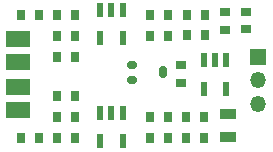
<source format=gbr>
%TF.GenerationSoftware,KiCad,Pcbnew,8.0.1*%
%TF.CreationDate,2024-07-12T20:59:44+02:00*%
%TF.ProjectId,preamp2,70726561-6d70-4322-9e6b-696361645f70,3*%
%TF.SameCoordinates,Original*%
%TF.FileFunction,Soldermask,Top*%
%TF.FilePolarity,Negative*%
%FSLAX46Y46*%
G04 Gerber Fmt 4.6, Leading zero omitted, Abs format (unit mm)*
G04 Created by KiCad (PCBNEW 8.0.1) date 2024-07-12 20:59:44*
%MOMM*%
%LPD*%
G01*
G04 APERTURE LIST*
G04 Aperture macros list*
%AMRoundRect*
0 Rectangle with rounded corners*
0 $1 Rounding radius*
0 $2 $3 $4 $5 $6 $7 $8 $9 X,Y pos of 4 corners*
0 Add a 4 corners polygon primitive as box body*
4,1,4,$2,$3,$4,$5,$6,$7,$8,$9,$2,$3,0*
0 Add four circle primitives for the rounded corners*
1,1,$1+$1,$2,$3*
1,1,$1+$1,$4,$5*
1,1,$1+$1,$6,$7*
1,1,$1+$1,$8,$9*
0 Add four rect primitives between the rounded corners*
20,1,$1+$1,$2,$3,$4,$5,0*
20,1,$1+$1,$4,$5,$6,$7,0*
20,1,$1+$1,$6,$7,$8,$9,0*
20,1,$1+$1,$8,$9,$2,$3,0*%
G04 Aperture macros list end*
%ADD10R,0.950000X0.800000*%
%ADD11R,0.800000X0.950000*%
%ADD12R,0.600000X1.200000*%
%ADD13RoundRect,0.175000X-0.225000X-0.175000X0.225000X-0.175000X0.225000X0.175000X-0.225000X0.175000X0*%
%ADD14RoundRect,0.175000X-0.175000X-0.325000X0.175000X-0.325000X0.175000X0.325000X-0.175000X0.325000X0*%
%ADD15R,2.000000X1.350000*%
%ADD16R,1.350000X1.350000*%
%ADD17O,1.350000X1.350000*%
%ADD18R,1.400000X0.900000*%
G04 APERTURE END LIST*
D10*
%TO.C,C7*%
X120142000Y-92444000D03*
X120142000Y-90944000D03*
%TD*%
D11*
%TO.C,C3*%
X112026000Y-92964000D03*
X113526000Y-92964000D03*
%TD*%
D12*
%TO.C,U2*%
X109662000Y-99511000D03*
X108712000Y-99511000D03*
X107762000Y-99511000D03*
X107762000Y-101911000D03*
X109662000Y-101911000D03*
%TD*%
D11*
%TO.C,C6*%
X115074000Y-101600000D03*
X116574000Y-101600000D03*
%TD*%
D13*
%TO.C,RV2*%
X110487000Y-95482000D03*
D14*
X113087000Y-96082000D03*
D13*
X110487000Y-96682000D03*
%TD*%
D11*
%TO.C,R7*%
X112026000Y-91186000D03*
X113526000Y-91186000D03*
%TD*%
D12*
%TO.C,U3*%
X118425000Y-95066000D03*
X117475000Y-95066000D03*
X116525000Y-95066000D03*
X116525000Y-97466000D03*
X118425000Y-97466000D03*
%TD*%
D11*
%TO.C,R4*%
X104152000Y-92964000D03*
X105652000Y-92964000D03*
%TD*%
%TO.C,C1*%
X102604000Y-91186000D03*
X101104000Y-91186000D03*
%TD*%
D12*
%TO.C,U1*%
X109662000Y-90800000D03*
X108712000Y-90800000D03*
X107762000Y-90800000D03*
X107762000Y-93200000D03*
X109662000Y-93200000D03*
%TD*%
D11*
%TO.C,R6*%
X104152000Y-98044000D03*
X105652000Y-98044000D03*
%TD*%
%TO.C,R1*%
X104152000Y-94742000D03*
X105652000Y-94742000D03*
%TD*%
D10*
%TO.C,R13*%
X114604800Y-95465200D03*
X114604800Y-96965200D03*
%TD*%
%TO.C,C5*%
X118364000Y-90956000D03*
X118364000Y-92456000D03*
%TD*%
D11*
%TO.C,R9*%
X115062000Y-99822000D03*
X116562000Y-99822000D03*
%TD*%
%TO.C,R3*%
X105652000Y-91186000D03*
X104152000Y-91186000D03*
%TD*%
%TO.C,R8*%
X112026000Y-99822000D03*
X113526000Y-99822000D03*
%TD*%
D15*
%TO.C,J4*%
X100838000Y-99282000D03*
X100838000Y-97282000D03*
%TD*%
D11*
%TO.C,R12*%
X116624800Y-92913200D03*
X115124800Y-92913200D03*
%TD*%
%TO.C,R2*%
X104152000Y-101600000D03*
X105652000Y-101600000D03*
%TD*%
%TO.C,C4*%
X112026000Y-101600000D03*
X113526000Y-101600000D03*
%TD*%
%TO.C,C2*%
X102604000Y-101600000D03*
X101104000Y-101600000D03*
%TD*%
D16*
%TO.C,J5*%
X121158000Y-94742000D03*
D17*
X121158000Y-96742000D03*
X121158000Y-98742000D03*
%TD*%
D11*
%TO.C,R5*%
X105652000Y-99822000D03*
X104152000Y-99822000D03*
%TD*%
D18*
%TO.C,C8*%
X118618000Y-99634000D03*
X118618000Y-101534000D03*
%TD*%
D15*
%TO.C,J3*%
X100838000Y-93218000D03*
X100838000Y-95218000D03*
%TD*%
D11*
%TO.C,R11*%
X115124800Y-91186000D03*
X116624800Y-91186000D03*
%TD*%
M02*

</source>
